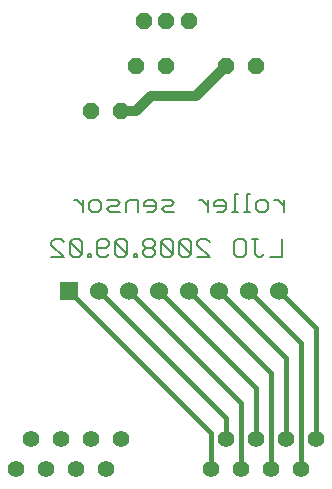
<source format=gbl>
G75*
G70*
%OFA0B0*%
%FSLAX24Y24*%
%IPPOS*%
%LPD*%
%AMOC8*
5,1,8,0,0,1.08239X$1,22.5*
%
%ADD10C,0.0050*%
%ADD11OC8,0.0520*%
%ADD12C,0.0550*%
%ADD13OC8,0.0554*%
%ADD14R,0.0600X0.0600*%
%ADD15C,0.0600*%
%ADD16C,0.0160*%
%ADD17C,0.0320*%
D10*
X003978Y015597D02*
X004385Y015597D01*
X003978Y016004D01*
X003978Y016106D01*
X004080Y016207D01*
X004283Y016207D01*
X004385Y016106D01*
X004586Y016106D02*
X004586Y015699D01*
X004687Y015597D01*
X004891Y015597D01*
X004993Y015699D01*
X004586Y016106D01*
X004687Y016207D01*
X004891Y016207D01*
X004993Y016106D01*
X004993Y015699D01*
X005195Y015699D02*
X005195Y015597D01*
X005296Y015597D01*
X005296Y015699D01*
X005195Y015699D01*
X005497Y015699D02*
X005497Y016106D01*
X005599Y016207D01*
X005802Y016207D01*
X005904Y016106D01*
X005904Y016004D01*
X005802Y015902D01*
X005497Y015902D01*
X005497Y015699D02*
X005599Y015597D01*
X005802Y015597D01*
X005904Y015699D01*
X006105Y015699D02*
X006105Y016106D01*
X006512Y015699D01*
X006410Y015597D01*
X006207Y015597D01*
X006105Y015699D01*
X006105Y016106D02*
X006207Y016207D01*
X006410Y016207D01*
X006512Y016106D01*
X006512Y015699D01*
X006714Y015699D02*
X006714Y015597D01*
X006816Y015597D01*
X006816Y015699D01*
X006714Y015699D01*
X007016Y015699D02*
X007118Y015597D01*
X007322Y015597D01*
X007423Y015699D01*
X007423Y015800D01*
X007322Y015902D01*
X007118Y015902D01*
X007016Y015800D01*
X007016Y015699D01*
X007118Y015902D02*
X007016Y016004D01*
X007016Y016106D01*
X007118Y016207D01*
X007322Y016207D01*
X007423Y016106D01*
X007423Y016004D01*
X007322Y015902D01*
X007624Y015699D02*
X007726Y015597D01*
X007929Y015597D01*
X008031Y015699D01*
X007624Y016106D01*
X007624Y015699D01*
X007624Y016106D02*
X007726Y016207D01*
X007929Y016207D01*
X008031Y016106D01*
X008031Y015699D01*
X008232Y015699D02*
X008334Y015597D01*
X008537Y015597D01*
X008639Y015699D01*
X008232Y016106D01*
X008232Y015699D01*
X008232Y016106D02*
X008334Y016207D01*
X008537Y016207D01*
X008639Y016106D01*
X008639Y015699D01*
X008840Y015597D02*
X009247Y015597D01*
X008840Y016004D01*
X008840Y016106D01*
X008941Y016207D01*
X009145Y016207D01*
X009247Y016106D01*
X009186Y017097D02*
X009186Y017504D01*
X008983Y017504D02*
X009186Y017300D01*
X009387Y017300D02*
X009387Y017402D01*
X009489Y017504D01*
X009692Y017504D01*
X009794Y017402D01*
X009794Y017199D01*
X009692Y017097D01*
X009489Y017097D01*
X009387Y017300D02*
X009794Y017300D01*
X009996Y017097D02*
X010199Y017097D01*
X010097Y017097D02*
X010097Y017707D01*
X010199Y017707D01*
X010503Y017707D02*
X010503Y017097D01*
X010604Y017097D02*
X010401Y017097D01*
X010805Y017199D02*
X010805Y017402D01*
X010907Y017504D01*
X011110Y017504D01*
X011212Y017402D01*
X011212Y017199D01*
X011110Y017097D01*
X010907Y017097D01*
X010805Y017199D01*
X010604Y017707D02*
X010503Y017707D01*
X011413Y017504D02*
X011515Y017504D01*
X011718Y017300D01*
X011718Y017097D02*
X011718Y017504D01*
X011677Y016207D02*
X011677Y015597D01*
X011270Y015597D01*
X011070Y015699D02*
X010968Y015597D01*
X010866Y015597D01*
X010764Y015699D01*
X010764Y016207D01*
X010663Y016207D02*
X010866Y016207D01*
X010462Y016106D02*
X010462Y015699D01*
X010360Y015597D01*
X010157Y015597D01*
X010055Y015699D01*
X010055Y016106D01*
X010157Y016207D01*
X010360Y016207D01*
X010462Y016106D01*
X008983Y017504D02*
X008881Y017504D01*
X008072Y017402D02*
X007971Y017300D01*
X007767Y017300D01*
X007665Y017199D01*
X007767Y017097D01*
X008072Y017097D01*
X008072Y017402D02*
X007971Y017504D01*
X007665Y017504D01*
X007465Y017402D02*
X007465Y017199D01*
X007363Y017097D01*
X007159Y017097D01*
X007058Y017300D02*
X007465Y017300D01*
X007465Y017402D02*
X007363Y017504D01*
X007159Y017504D01*
X007058Y017402D01*
X007058Y017300D01*
X006857Y017097D02*
X006857Y017504D01*
X006552Y017504D01*
X006450Y017402D01*
X006450Y017097D01*
X006249Y017097D02*
X005944Y017097D01*
X005842Y017199D01*
X005944Y017300D01*
X006147Y017300D01*
X006249Y017402D01*
X006147Y017504D01*
X005842Y017504D01*
X005641Y017402D02*
X005641Y017199D01*
X005540Y017097D01*
X005336Y017097D01*
X005234Y017199D01*
X005234Y017402D01*
X005336Y017504D01*
X005540Y017504D01*
X005641Y017402D01*
X005034Y017300D02*
X004830Y017504D01*
X004728Y017504D01*
X005034Y017504D02*
X005034Y017097D01*
D11*
X005302Y020482D03*
X006302Y020482D03*
X006802Y021982D03*
X007802Y021982D03*
X009802Y021982D03*
X010802Y021982D03*
D12*
X002802Y008532D03*
X003302Y009532D03*
X003802Y008532D03*
X004302Y009532D03*
X004802Y008532D03*
X005302Y009532D03*
X005802Y008532D03*
X006302Y009532D03*
X009302Y008532D03*
X009802Y009532D03*
X010302Y008532D03*
X010802Y009532D03*
X011302Y008532D03*
X011802Y009532D03*
X012302Y008532D03*
X012802Y009532D03*
D13*
X008552Y023482D03*
X007802Y023482D03*
X007052Y023482D03*
D14*
X004552Y014482D03*
D15*
X005552Y014482D03*
X006552Y014482D03*
X007552Y014482D03*
X008552Y014482D03*
X009552Y014482D03*
X010552Y014482D03*
X011552Y014482D03*
D16*
X012802Y013232D01*
X012802Y009532D01*
X012302Y008532D02*
X012302Y012732D01*
X010552Y014482D01*
X009552Y014482D02*
X011802Y012232D01*
X011802Y009532D01*
X011302Y008532D02*
X011302Y011732D01*
X008552Y014482D01*
X007552Y014482D02*
X010802Y011232D01*
X010802Y009532D01*
X010302Y008532D02*
X010302Y010732D01*
X006552Y014482D01*
X005552Y014482D02*
X009802Y010232D01*
X009802Y009532D01*
X009302Y009732D02*
X009302Y008532D01*
X009302Y009732D02*
X004552Y014482D01*
D17*
X006302Y020482D02*
X006802Y020482D01*
X007302Y020982D01*
X008802Y020982D01*
X009802Y021982D01*
M02*

</source>
